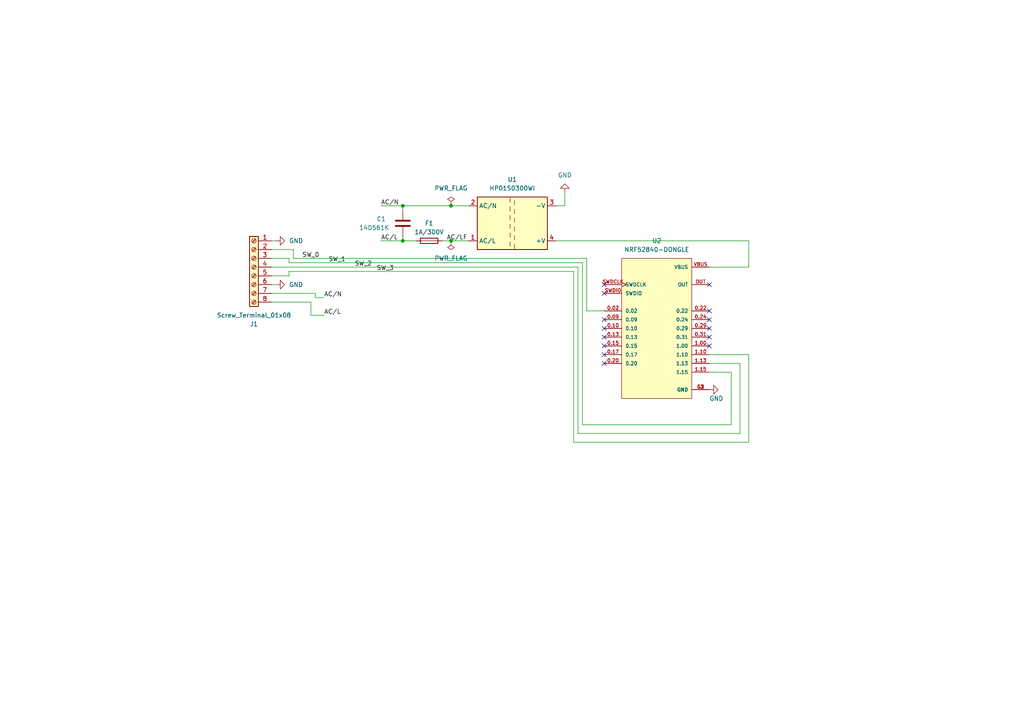
<source format=kicad_sch>
(kicad_sch (version 20230121) (generator eeschema)
  (paper "A4")
  (lib_symbols
    (symbol "Connector:Screw_Terminal_01x08" (pin_names (offset 1.016) hide)
      (property "Reference" "J" (at 0 10.16 0))
      (property "Value" "Screw_Terminal_01x08" (at 0 -12.7 0))
      (symbol "Screw_Terminal_01x08_1_1"
        (rectangle (start -1.27 8.89) (end 1.27 -11.43) (stroke (width 0.254)) (fill (type background)))
        (circle (center 0 -10.16) (radius 0.635) (stroke (width 0.1524)))
        (circle (center 0 -7.62) (radius 0.635) (stroke (width 0.1524)))
        (circle (center 0 -5.08) (radius 0.635) (stroke (width 0.1524)))
        (circle (center 0 -2.54) (radius 0.635) (stroke (width 0.1524)))
        (polyline (pts (xy -0.5334 -9.8298) (xy 0.3302 -10.668)) (stroke (width 0.1524)))
        (polyline (pts (xy -0.5334 -7.2898) (xy 0.3302 -8.128)) (stroke (width 0.1524)))
        (polyline (pts (xy -0.5334 -4.7498) (xy 0.3302 -5.588)) (stroke (width 0.1524)))
        (polyline (pts (xy -0.5334 -2.2098) (xy 0.3302 -3.048)) (stroke (width 0.1524)))
        (polyline (pts (xy -0.5334 0.3302) (xy 0.3302 -0.508)) (stroke (width 0.1524)))
        (polyline (pts (xy -0.5334 2.8702) (xy 0.3302 2.032)) (stroke (width 0.1524)))
        (polyline (pts (xy -0.5334 5.4102) (xy 0.3302 4.572)) (stroke (width 0.1524)))
        (polyline (pts (xy -0.5334 7.9502) (xy 0.3302 7.112)) (stroke (width 0.1524)))
        (polyline (pts (xy -0.3556 -9.652) (xy 0.508 -10.4902)) (stroke (width 0.1524)))
        (polyline (pts (xy -0.3556 -7.112) (xy 0.508 -7.9502)) (stroke (width 0.1524)))
        (polyline (pts (xy -0.3556 -4.572) (xy 0.508 -5.4102)) (stroke (width 0.1524)))
        (polyline (pts (xy -0.3556 -2.032) (xy 0.508 -2.8702)) (stroke (width 0.1524)))
        (polyline (pts (xy -0.3556 0.508) (xy 0.508 -0.3302)) (stroke (width 0.1524)))
        (polyline (pts (xy -0.3556 3.048) (xy 0.508 2.2098)) (stroke (width 0.1524)))
        (polyline (pts (xy -0.3556 5.588) (xy 0.508 4.7498)) (stroke (width 0.1524)))
        (polyline (pts (xy -0.3556 8.128) (xy 0.508 7.2898)) (stroke (width 0.1524)))
        (circle (center 0 0) (radius 0.635) (stroke (width 0.1524)))
        (circle (center 0 2.54) (radius 0.635) (stroke (width 0.1524)))
        (circle (center 0 5.08) (radius 0.635) (stroke (width 0.1524)))
        (circle (center 0 7.62) (radius 0.635) (stroke (width 0.1524)))
        (pin passive line (at -5.08 7.62 0) (length 3.81) (name "Pin_1") (number "1"))
        (pin passive line (at -5.08 5.08 0) (length 3.81) (name "Pin_2") (number "2"))
        (pin passive line (at -5.08 2.54 0) (length 3.81) (name "Pin_3") (number "3"))
        (pin passive line (at -5.08 0 0) (length 3.81) (name "Pin_4") (number "4"))
        (pin passive line (at -5.08 -2.54 0) (length 3.81) (name "Pin_5") (number "5"))
        (pin passive line (at -5.08 -5.08 0) (length 3.81) (name "Pin_6") (number "6"))
        (pin passive line (at -5.08 -7.62 0) (length 3.81) (name "Pin_7") (number "7"))
        (pin passive line (at -5.08 -10.16 0) (length 3.81) (name "Pin_8") (number "8"))
      )
    )
    (symbol "Device:C" (pin_numbers hide) (pin_names (offset 0.254))
      (property "Reference" "C" (at 0.635 2.54 0))
      (property "Value" "C" (at 0.635 -2.54 0))
      (symbol "C_0_1"
        (polyline (pts (xy -2.032 -0.762) (xy 2.032 -0.762)) (stroke (width 0.508)))
        (polyline (pts (xy -2.032 0.762) (xy 2.032 0.762)) (stroke (width 0.508)))
      )
      (symbol "C_1_1"
        (pin passive line (at 0 3.81 270) (length 2.794) (name "~") (number "1"))
        (pin passive line (at 0 -3.81 90) (length 2.794) (name "~") (number "2"))
      )
    )
    (symbol "Device:Fuse" (pin_numbers hide) (pin_names (offset 0))
      (property "Reference" "F" (at 2.032 0 90))
      (property "Value" "Fuse" (at -1.905 0 90))
      (symbol "Fuse_0_1"
        (rectangle (start -0.762 -2.54) (end 0.762 2.54) (stroke (width 0.254)))
        (polyline (pts (xy 0 2.54) (xy 0 -2.54)))
      )
      (symbol "Fuse_1_1"
        (pin passive line (at 0 3.81 270) (length 1.27) (name "~") (number "1"))
        (pin passive line (at 0 -3.81 90) (length 1.27) (name "~") (number "2"))
      )
    )
    (symbol "NRF52840-DONGLE:NRF52840-DONGLE" (pin_names (offset 1.016))
      (property "Reference" "U" (at -10.16 21.082 0))
      (property "Value" "NRF52840-DONGLE" (at -10.16 -22.86 0))
      (symbol "NRF52840-DONGLE_0_0"
        (rectangle (start -10.16 -20.32) (end 10.16 20.32) (stroke (width 0.1524)) (fill (type background)))
        (pin bidirectional line (at -15.24 5.08 0) (length 5.08) (name "0.02") (number "0.02"))
        (pin bidirectional line (at -15.24 2.54 0) (length 5.08) (name "0.09") (number "0.09"))
        (pin bidirectional line (at -15.24 0 0) (length 5.08) (name "0.10") (number "0.10"))
        (pin bidirectional line (at -15.24 -2.54 0) (length 5.08) (name "0.13") (number "0.13"))
        (pin bidirectional line (at -15.24 -5.08 0) (length 5.08) (name "0.15") (number "0.15"))
        (pin bidirectional line (at -15.24 -7.62 0) (length 5.08) (name "0.17") (number "0.17"))
        (pin bidirectional line (at -15.24 -10.16 0) (length 5.08) (name "0.20") (number "0.20"))
        (pin bidirectional line (at 15.24 5.08 180) (length 5.08) (name "0.22") (number "0.22"))
        (pin bidirectional line (at 15.24 2.54 180) (length 5.08) (name "0.24") (number "0.24"))
        (pin bidirectional line (at 15.24 0 180) (length 5.08) (name "0.29") (number "0.29"))
        (pin bidirectional line (at 15.24 -2.54 180) (length 5.08) (name "0.31") (number "0.31"))
        (pin bidirectional line (at 15.24 -5.08 180) (length 5.08) (name "1.00") (number "1.00"))
        (pin bidirectional line (at 15.24 -7.62 180) (length 5.08) (name "1.10") (number "1.10"))
        (pin bidirectional line (at 15.24 -10.16 180) (length 5.08) (name "1.13") (number "1.13"))
        (pin bidirectional line (at 15.24 -12.7 180) (length 5.08) (name "1.15") (number "1.15"))
        (pin power_in line (at 15.24 -17.78 180) (length 5.08) (name "GND") (number "G1"))
        (pin power_in line (at 15.24 -17.78 180) (length 5.08) (name "GND") (number "G2"))
        (pin power_in line (at 15.24 -17.78 180) (length 5.08) (name "GND") (number "G3"))
        (pin output line (at 15.24 12.7 180) (length 5.08) (name "OUT") (number "OUT"))
        (pin input clock (at -15.24 12.7 0) (length 5.08) (name "SWDCLK") (number "SWDCLK"))
        (pin bidirectional line (at -15.24 10.16 0) (length 5.08) (name "SWDIO") (number "SWDIO"))
        (pin power_in line (at 15.24 17.78 180) (length 5.08) (name "VBUS") (number "VBUS"))
      )
    )
    (symbol "jamie:HP01S0300WI"
      (property "Reference" "U" (at -8.89 8.89 0))
      (property "Value" "HP01S0300WI" (at 2.54 8.89 0))
      (symbol "HP01S0300WI_0_1"
        (rectangle (start -10.16 7.62) (end 10.16 -7.62) (stroke (width 0.254)) (fill (type background)))
        (polyline (pts (xy -0.635 -5.334) (xy -0.635 -6.604)))
        (polyline (pts (xy -0.635 -2.794) (xy -0.635 -4.064)))
        (polyline (pts (xy -0.635 -0.254) (xy -0.635 -1.524)))
        (polyline (pts (xy -0.635 2.286) (xy -0.635 1.016)))
        (polyline (pts (xy -0.635 4.826) (xy -0.635 3.556)))
        (polyline (pts (xy -0.635 7.366) (xy -0.635 6.096)))
        (polyline (pts (xy 0.635 -7.366) (xy 0.635 -6.096)))
        (polyline (pts (xy 0.635 -4.826) (xy 0.635 -3.556)))
        (polyline (pts (xy 0.635 -2.286) (xy 0.635 -1.016)))
        (polyline (pts (xy 0.635 0.254) (xy 0.635 1.524)))
        (polyline (pts (xy 0.635 2.794) (xy 0.635 4.064)))
        (polyline (pts (xy 0.635 5.334) (xy 0.635 6.604)))
      )
      (symbol "HP01S0300WI_1_1"
        (pin power_in line (at -12.7 -5.08 0) (length 2.54) (name "AC/L") (number "1"))
        (pin power_in line (at -12.7 5.08 0) (length 2.54) (name "AC/N") (number "2"))
        (pin power_out line (at 12.7 5.08 180) (length 2.54) (name "-V") (number "3"))
        (pin power_out line (at 12.7 -5.08 180) (length 2.54) (name "+V") (number "4"))
      )
    )
    (symbol "power:GND" (power) (pin_names (offset 0))
      (property "Value" "GND" (at 0 -3.81 0))
      (symbol "GND_0_1"
        (polyline (pts (xy 0 0) (xy 0 -1.27) (xy 1.27 -1.27) (xy 0 -2.54) (xy -1.27 -1.27) (xy 0 -1.27)))
      )
      (symbol "GND_1_1"
        (pin power_in line (at 0 0 270) (length 0) hide (name "GND") (number "1"))
      )
    )
    (symbol "power:PWR_FLAG" (power) (pin_numbers hide) (pin_names (offset 0) hide)
      (property "Value" "PWR_FLAG" (at 0 3.81 0))
      (symbol "PWR_FLAG_0_0"
        (pin power_out line (at 0 0 90) (length 0) (name "pwr") (number "1"))
      )
      (symbol "PWR_FLAG_0_1"
        (polyline (pts (xy 0 0) (xy 0 1.27) (xy -1.016 1.905) (xy 0 2.54) (xy 1.016 1.905) (xy 0 1.27)))
      )
    )
  )
  (junction (at 130.81 69.85))
  (junction (at 130.81 59.69))
  (junction (at 116.84 59.69))
  (junction (at 116.84 69.85))
  (no_connect (at 175.26 85.09))
  (no_connect (at 175.26 95.25))
  (no_connect (at 175.26 102.87))
  (no_connect (at 175.26 97.79))
  (no_connect (at 205.74 95.25))
  (no_connect (at 205.74 82.55))
  (no_connect (at 205.74 92.71))
  (no_connect (at 175.26 105.41))
  (no_connect (at 205.74 90.17))
  (no_connect (at 175.26 82.55))
  (no_connect (at 205.74 97.79))
  (no_connect (at 175.26 100.33))
  (no_connect (at 175.26 92.71))
  (no_connect (at 205.74 100.33))
  (wire (pts (xy 161.29 59.69) (xy 163.83 59.69)))
  (wire (pts (xy 90.17 91.44) (xy 93.98 91.44)))
  (wire (pts (xy 110.49 69.85) (xy 116.84 69.85)))
  (wire (pts (xy 167.64 125.73) (xy 167.64 77.47)))
  (wire (pts (xy 217.17 77.47) (xy 205.74 77.47)))
  (wire (pts (xy 130.81 59.69) (xy 135.89 59.69)))
  (wire (pts (xy 217.17 128.27) (xy 166.37 128.27)))
  (wire (pts (xy 78.74 77.47) (xy 167.64 77.47)))
  (wire (pts (xy 85.09 74.93) (xy 170.18 74.93)))
  (wire (pts (xy 83.82 78.74) (xy 166.37 78.74)))
  (wire (pts (xy 83.82 76.2) (xy 168.91 76.2)))
  (wire (pts (xy 78.74 72.39) (xy 85.09 72.39)))
  (wire (pts (xy 116.84 69.85) (xy 120.65 69.85)))
  (wire (pts (xy 205.74 102.87) (xy 217.17 102.87)))
  (wire (pts (xy 175.26 90.17) (xy 170.18 90.17)))
  (wire (pts (xy 83.82 80.01) (xy 83.82 78.74)))
  (wire (pts (xy 90.17 87.63) (xy 90.17 91.44)))
  (wire (pts (xy 161.29 69.85) (xy 217.17 69.85)))
  (wire (pts (xy 78.74 85.09) (xy 91.44 85.09)))
  (wire (pts (xy 214.63 125.73) (xy 167.64 125.73)))
  (wire (pts (xy 78.74 80.01) (xy 83.82 80.01)))
  (wire (pts (xy 212.09 123.19) (xy 168.91 123.19)))
  (wire (pts (xy 91.44 86.36) (xy 93.98 86.36)))
  (wire (pts (xy 78.74 82.55) (xy 80.01 82.55)))
  (wire (pts (xy 78.74 87.63) (xy 90.17 87.63)))
  (wire (pts (xy 168.91 123.19) (xy 168.91 76.2)))
  (wire (pts (xy 83.82 74.93) (xy 83.82 76.2)))
  (wire (pts (xy 170.18 90.17) (xy 170.18 74.93)))
  (wire (pts (xy 130.81 69.85) (xy 135.89 69.85)))
  (wire (pts (xy 205.74 105.41) (xy 214.63 105.41)))
  (wire (pts (xy 217.17 69.85) (xy 217.17 77.47)))
  (wire (pts (xy 116.84 68.58) (xy 116.84 69.85)))
  (wire (pts (xy 212.09 107.95) (xy 212.09 123.19)))
  (wire (pts (xy 116.84 60.96) (xy 116.84 59.69)))
  (wire (pts (xy 166.37 128.27) (xy 166.37 78.74)))
  (wire (pts (xy 78.74 74.93) (xy 83.82 74.93)))
  (wire (pts (xy 85.09 72.39) (xy 85.09 74.93)))
  (wire (pts (xy 116.84 59.69) (xy 130.81 59.69)))
  (wire (pts (xy 217.17 102.87) (xy 217.17 128.27)))
  (wire (pts (xy 128.27 69.85) (xy 130.81 69.85)))
  (wire (pts (xy 91.44 85.09) (xy 91.44 86.36)))
  (wire (pts (xy 205.74 107.95) (xy 212.09 107.95)))
  (wire (pts (xy 163.83 59.69) (xy 163.83 55.88)))
  (wire (pts (xy 214.63 105.41) (xy 214.63 125.73)))
  (wire (pts (xy 78.74 69.85) (xy 80.01 69.85)))
  (wire (pts (xy 110.49 59.69) (xy 116.84 59.69)))
  (label "AC{slash}L" (at 110.49 69.85 0))
  (label "AC{slash}N" (at 93.98 86.36 0))
  (label "AC{slash}L" (at 93.98 91.44 0))
  (label "AC{slash}LF" (at 129.54 69.85 0))
  (label "SW_3" (at 109.22 78.74 0))
  (label "SW_0" (at 87.63 74.93 0))
  (label "SW_1" (at 95.25 76.2 0))
  (label "SW_2" (at 102.87 77.47 0))
  (label "AC{slash}N" (at 110.49 59.69 0))
  (symbol (lib_id "power:GND") (at 163.83 55.88 180) (unit 1)
    (property "Reference" "#PWR03" (effects hide))
    (property "Value" "GND" (at 163.83 50.8 0))
  )
  (symbol (lib_id "jamie:HP01S0300WI") (at 148.59 64.77 0) (unit 1)
    (property "Reference" "U1" (at 148.59 52.07 0))
    (property "Value" "HP01S0300WI" (at 148.59 54.61 0))
    (property "Footprint" "jamie:HP01S0300WI" (effects hide))
    (property "Datasheet" "https://www.zettlermagnetics.com/pdfs/HP01SXX00WI.pdf" (effects hide))
  )
  (symbol (lib_id "Device:C") (at 116.84 64.77 0) (unit 1)
    (property "Reference" "C1" (at 109.22 63.5 0) (effects (justify left)))
    (property "Value" "14D561K" (at 104.14 66.04 0) (effects (justify left)))
    (property "Footprint" "jamie:MOV14D" (effects hide))
  )
  (symbol (lib_id "Connector:Screw_Terminal_01x08") (at 73.66 77.47 0) (mirror y) (unit 1)
    (property "Reference" "J1" (at 73.66 93.98 0))
    (property "Value" "Screw_Terminal_01x08" (at 73.66 91.44 0))
    (property "Footprint" "TerminalBlock_Phoenix:TerminalBlock_Phoenix_MKDS-1,5-8_1x08_P5.00mm_Horizontal" (effects hide))
  )
  (symbol (lib_id "power:PWR_FLAG") (at 130.81 69.85 180) (unit 1)
    (property "Reference" "#FLG02" (effects hide))
    (property "Value" "PWR_FLAG" (at 130.81 74.93 0))
  )
  (symbol (lib_id "power:GND") (at 80.01 82.55 90) (unit 1)
    (property "Reference" "#PWR01" (effects hide))
    (property "Value" "GND" (at 83.82 82.55 90) (effects (justify right)))
  )
  (symbol (lib_id "power:GND") (at 205.74 113.03 90) (unit 1)
    (property "Reference" "#PWR04" (effects hide))
    (property "Value" "GND" (at 205.74 115.57 90) (effects (justify right)))
  )
  (symbol (lib_id "Device:Fuse") (at 124.46 69.85 90) (unit 1)
    (property "Reference" "F1" (at 124.46 64.77 90))
    (property "Value" "1A/300V" (at 124.46 67.31 90))
    (property "Footprint" "Fuse:Fuse_Littelfuse_395Series" (effects hide))
  )
  (symbol (lib_id "power:GND") (at 80.01 69.85 90) (unit 1)
    (property "Reference" "#PWR02" (effects hide))
    (property "Value" "GND" (at 83.82 69.85 90) (effects (justify right)))
  )
  (symbol (lib_id "power:PWR_FLAG") (at 130.81 59.69 0) (unit 1)
    (property "Reference" "#FLG01" (effects hide))
    (property "Value" "PWR_FLAG" (at 130.81 54.61 0))
  )
  (symbol (lib_id "NRF52840-DONGLE:NRF52840-DONGLE") (at 190.5 95.25 0) (unit 1)
    (property "Reference" "U2" (at 190.5 69.85 0))
    (property "Value" "NRF52840-DONGLE" (at 190.5 72.39 0))
    (property "Footprint" "jamie:MODULE_NRF52840-DONGLE" (effects hide))
    (property "MF" "Nordic Semiconductor" (effects hide))
    (property "MAXIMUM_PACKAGE_HEIGHT" "N/A" (effects hide))
    (property "Package" "None" (effects hide))
    (property "Price" "None" (effects hide))
    (property "Check_prices" "https://www.snapeda.com/parts/NRF52840-DONGLE/Nordic+Semiconductor+ASA/view-part/?ref=eda" (effects hide))
    (property "STANDARD" "Manufacturer Recommendations" (effects hide))
    (property "PARTREV" "1.1" (effects hide))
    (property "SnapEDA_Link" "https://www.snapeda.com/parts/NRF52840-DONGLE/Nordic+Semiconductor+ASA/view-part/?ref=snap" (effects hide))
    (property "MP" "NRF52840-DONGLE" (effects hide))
    (property "Purchase-URL" "https://www.snapeda.com/api/url_track_click_mouser/?unipart_id=2873714&manufacturer=Nordic Semiconductor&part_name=NRF52840-DONGLE&search_term=None" (effects hide))
    (property "Description" "\n- nRF52840 Transceiver; Bluetooth® 5 2.4GHz Evaluation Board\n" (effects hide))
    (property "Availability" "In Stock" (effects hide))
    (property "MANUFACTURER" "Nordic semiconductor" (effects hide))
  )
)
</source>
